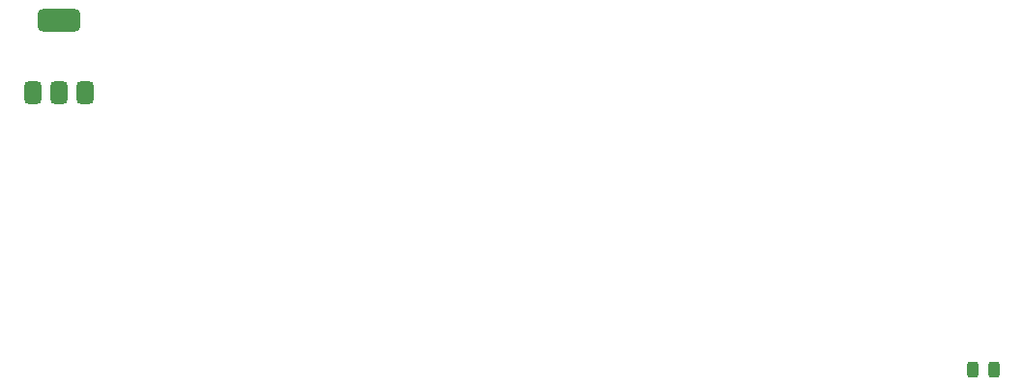
<source format=gtp>
%TF.GenerationSoftware,KiCad,Pcbnew,8.0.2*%
%TF.CreationDate,2024-10-11T16:26:55+02:00*%
%TF.ProjectId,duo_board,64756f5f-626f-4617-9264-2e6b69636164,rev?*%
%TF.SameCoordinates,Original*%
%TF.FileFunction,Paste,Top*%
%TF.FilePolarity,Positive*%
%FSLAX46Y46*%
G04 Gerber Fmt 4.6, Leading zero omitted, Abs format (unit mm)*
G04 Created by KiCad (PCBNEW 8.0.2) date 2024-10-11 16:26:55*
%MOMM*%
%LPD*%
G01*
G04 APERTURE LIST*
G04 Aperture macros list*
%AMRoundRect*
0 Rectangle with rounded corners*
0 $1 Rounding radius*
0 $2 $3 $4 $5 $6 $7 $8 $9 X,Y pos of 4 corners*
0 Add a 4 corners polygon primitive as box body*
4,1,4,$2,$3,$4,$5,$6,$7,$8,$9,$2,$3,0*
0 Add four circle primitives for the rounded corners*
1,1,$1+$1,$2,$3*
1,1,$1+$1,$4,$5*
1,1,$1+$1,$6,$7*
1,1,$1+$1,$8,$9*
0 Add four rect primitives between the rounded corners*
20,1,$1+$1,$2,$3,$4,$5,0*
20,1,$1+$1,$4,$5,$6,$7,0*
20,1,$1+$1,$6,$7,$8,$9,0*
20,1,$1+$1,$8,$9,$2,$3,0*%
G04 Aperture macros list end*
%ADD10RoundRect,0.375000X0.375000X-0.625000X0.375000X0.625000X-0.375000X0.625000X-0.375000X-0.625000X0*%
%ADD11RoundRect,0.500000X1.400000X-0.500000X1.400000X0.500000X-1.400000X0.500000X-1.400000X-0.500000X0*%
%ADD12RoundRect,0.243750X0.243750X0.456250X-0.243750X0.456250X-0.243750X-0.456250X0.243750X-0.456250X0*%
G04 APERTURE END LIST*
D10*
%TO.C,U3*%
X80200000Y-106150000D03*
X82500000Y-106150000D03*
D11*
X82500000Y-99850000D03*
D10*
X84800000Y-106150000D03*
%TD*%
D12*
%TO.C,D24*%
X164375000Y-130500000D03*
X162500000Y-130500000D03*
%TD*%
M02*

</source>
